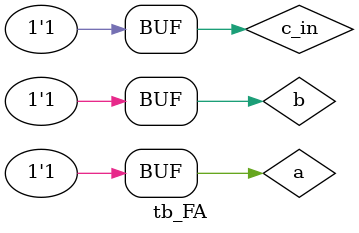
<source format=v>
module half_adder1(A,B,S,C);
input A,B;
output S,C;
xor (S,A,B);
and (C,A,B);
endmodule
////full_adder////
module full_adder2(A,B,Cin,S,Co);
input A,B,Cin;
output S,Co;
wire W1,W2,W3;
half_adder1 h1(A,B,W1,W2);
half_adder1 h2(W1,Cin,W3,s);
    or (W2,W3,Co);
endmodule
/////test bench////
module tb_FA();
reg a,b,c_in;
wire s,c_out;
full_adder2 f1(a,b,c_in,s,c_out);
initial
begin
a=0; b=0; c_in=0; #100;
a=0; b=0; c_in=1; #100;
a=0; b=1; c_in=0; #100;
a=0; b=1; c_in=1; #100;
a=1; b=0; c_in=0; #100;
a=1; b=0; c_in=1; #100;
a=1; b=1; c_in=0; #100;
a=1; b=1; c_in=1;
end
endmodule

</source>
